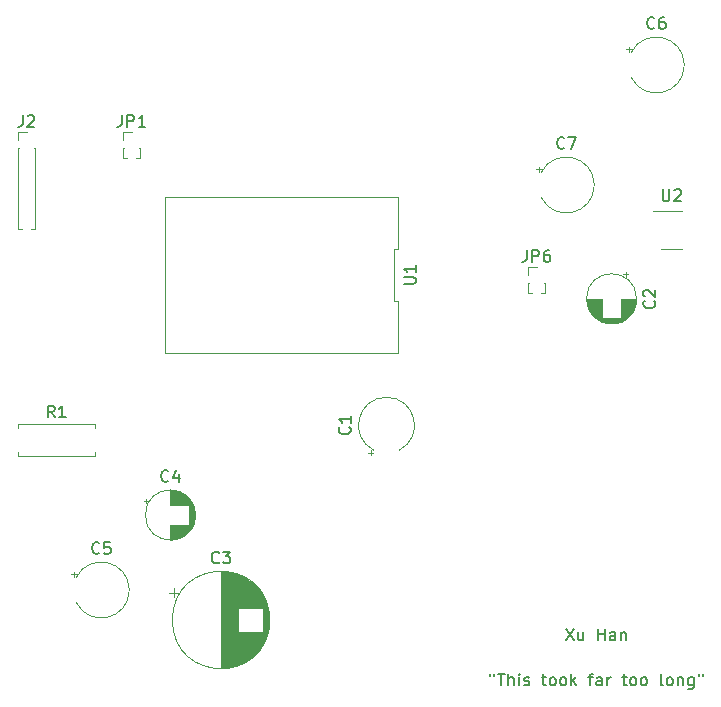
<source format=gbr>
G04 #@! TF.GenerationSoftware,KiCad,Pcbnew,(5.1.5)-3*
G04 #@! TF.CreationDate,2020-04-10T15:09:37-04:00*
G04 #@! TF.ProjectId,final_project,66696e61-6c5f-4707-926f-6a6563742e6b,rev?*
G04 #@! TF.SameCoordinates,Original*
G04 #@! TF.FileFunction,Legend,Top*
G04 #@! TF.FilePolarity,Positive*
%FSLAX46Y46*%
G04 Gerber Fmt 4.6, Leading zero omitted, Abs format (unit mm)*
G04 Created by KiCad (PCBNEW (5.1.5)-3) date 2020-04-10 15:09:37*
%MOMM*%
%LPD*%
G04 APERTURE LIST*
%ADD10C,0.150000*%
%ADD11C,0.120000*%
G04 APERTURE END LIST*
D10*
X150996190Y-112482380D02*
X150996190Y-112672857D01*
X151377142Y-112482380D02*
X151377142Y-112672857D01*
X151662857Y-112482380D02*
X152234285Y-112482380D01*
X151948571Y-113482380D02*
X151948571Y-112482380D01*
X152567619Y-113482380D02*
X152567619Y-112482380D01*
X152996190Y-113482380D02*
X152996190Y-112958571D01*
X152948571Y-112863333D01*
X152853333Y-112815714D01*
X152710476Y-112815714D01*
X152615238Y-112863333D01*
X152567619Y-112910952D01*
X153472380Y-113482380D02*
X153472380Y-112815714D01*
X153472380Y-112482380D02*
X153424761Y-112530000D01*
X153472380Y-112577619D01*
X153520000Y-112530000D01*
X153472380Y-112482380D01*
X153472380Y-112577619D01*
X153900952Y-113434761D02*
X153996190Y-113482380D01*
X154186666Y-113482380D01*
X154281904Y-113434761D01*
X154329523Y-113339523D01*
X154329523Y-113291904D01*
X154281904Y-113196666D01*
X154186666Y-113149047D01*
X154043809Y-113149047D01*
X153948571Y-113101428D01*
X153900952Y-113006190D01*
X153900952Y-112958571D01*
X153948571Y-112863333D01*
X154043809Y-112815714D01*
X154186666Y-112815714D01*
X154281904Y-112863333D01*
X155377142Y-112815714D02*
X155758095Y-112815714D01*
X155520000Y-112482380D02*
X155520000Y-113339523D01*
X155567619Y-113434761D01*
X155662857Y-113482380D01*
X155758095Y-113482380D01*
X156234285Y-113482380D02*
X156139047Y-113434761D01*
X156091428Y-113387142D01*
X156043809Y-113291904D01*
X156043809Y-113006190D01*
X156091428Y-112910952D01*
X156139047Y-112863333D01*
X156234285Y-112815714D01*
X156377142Y-112815714D01*
X156472380Y-112863333D01*
X156520000Y-112910952D01*
X156567619Y-113006190D01*
X156567619Y-113291904D01*
X156520000Y-113387142D01*
X156472380Y-113434761D01*
X156377142Y-113482380D01*
X156234285Y-113482380D01*
X157139047Y-113482380D02*
X157043809Y-113434761D01*
X156996190Y-113387142D01*
X156948571Y-113291904D01*
X156948571Y-113006190D01*
X156996190Y-112910952D01*
X157043809Y-112863333D01*
X157139047Y-112815714D01*
X157281904Y-112815714D01*
X157377142Y-112863333D01*
X157424761Y-112910952D01*
X157472380Y-113006190D01*
X157472380Y-113291904D01*
X157424761Y-113387142D01*
X157377142Y-113434761D01*
X157281904Y-113482380D01*
X157139047Y-113482380D01*
X157900952Y-113482380D02*
X157900952Y-112482380D01*
X157996190Y-113101428D02*
X158281904Y-113482380D01*
X158281904Y-112815714D02*
X157900952Y-113196666D01*
X159329523Y-112815714D02*
X159710476Y-112815714D01*
X159472380Y-113482380D02*
X159472380Y-112625238D01*
X159520000Y-112530000D01*
X159615238Y-112482380D01*
X159710476Y-112482380D01*
X160472380Y-113482380D02*
X160472380Y-112958571D01*
X160424761Y-112863333D01*
X160329523Y-112815714D01*
X160139047Y-112815714D01*
X160043809Y-112863333D01*
X160472380Y-113434761D02*
X160377142Y-113482380D01*
X160139047Y-113482380D01*
X160043809Y-113434761D01*
X159996190Y-113339523D01*
X159996190Y-113244285D01*
X160043809Y-113149047D01*
X160139047Y-113101428D01*
X160377142Y-113101428D01*
X160472380Y-113053809D01*
X160948571Y-113482380D02*
X160948571Y-112815714D01*
X160948571Y-113006190D02*
X160996190Y-112910952D01*
X161043809Y-112863333D01*
X161139047Y-112815714D01*
X161234285Y-112815714D01*
X162186666Y-112815714D02*
X162567619Y-112815714D01*
X162329523Y-112482380D02*
X162329523Y-113339523D01*
X162377142Y-113434761D01*
X162472380Y-113482380D01*
X162567619Y-113482380D01*
X163043809Y-113482380D02*
X162948571Y-113434761D01*
X162900952Y-113387142D01*
X162853333Y-113291904D01*
X162853333Y-113006190D01*
X162900952Y-112910952D01*
X162948571Y-112863333D01*
X163043809Y-112815714D01*
X163186666Y-112815714D01*
X163281904Y-112863333D01*
X163329523Y-112910952D01*
X163377142Y-113006190D01*
X163377142Y-113291904D01*
X163329523Y-113387142D01*
X163281904Y-113434761D01*
X163186666Y-113482380D01*
X163043809Y-113482380D01*
X163948571Y-113482380D02*
X163853333Y-113434761D01*
X163805714Y-113387142D01*
X163758095Y-113291904D01*
X163758095Y-113006190D01*
X163805714Y-112910952D01*
X163853333Y-112863333D01*
X163948571Y-112815714D01*
X164091428Y-112815714D01*
X164186666Y-112863333D01*
X164234285Y-112910952D01*
X164281904Y-113006190D01*
X164281904Y-113291904D01*
X164234285Y-113387142D01*
X164186666Y-113434761D01*
X164091428Y-113482380D01*
X163948571Y-113482380D01*
X165615238Y-113482380D02*
X165520000Y-113434761D01*
X165472380Y-113339523D01*
X165472380Y-112482380D01*
X166139047Y-113482380D02*
X166043809Y-113434761D01*
X165996190Y-113387142D01*
X165948571Y-113291904D01*
X165948571Y-113006190D01*
X165996190Y-112910952D01*
X166043809Y-112863333D01*
X166139047Y-112815714D01*
X166281904Y-112815714D01*
X166377142Y-112863333D01*
X166424761Y-112910952D01*
X166472380Y-113006190D01*
X166472380Y-113291904D01*
X166424761Y-113387142D01*
X166377142Y-113434761D01*
X166281904Y-113482380D01*
X166139047Y-113482380D01*
X166900952Y-112815714D02*
X166900952Y-113482380D01*
X166900952Y-112910952D02*
X166948571Y-112863333D01*
X167043809Y-112815714D01*
X167186666Y-112815714D01*
X167281904Y-112863333D01*
X167329523Y-112958571D01*
X167329523Y-113482380D01*
X168234285Y-112815714D02*
X168234285Y-113625238D01*
X168186666Y-113720476D01*
X168139047Y-113768095D01*
X168043809Y-113815714D01*
X167900952Y-113815714D01*
X167805714Y-113768095D01*
X168234285Y-113434761D02*
X168139047Y-113482380D01*
X167948571Y-113482380D01*
X167853333Y-113434761D01*
X167805714Y-113387142D01*
X167758095Y-113291904D01*
X167758095Y-113006190D01*
X167805714Y-112910952D01*
X167853333Y-112863333D01*
X167948571Y-112815714D01*
X168139047Y-112815714D01*
X168234285Y-112863333D01*
X168662857Y-112482380D02*
X168662857Y-112672857D01*
X169043809Y-112482380D02*
X169043809Y-112672857D01*
X157424761Y-108672380D02*
X158091428Y-109672380D01*
X158091428Y-108672380D02*
X157424761Y-109672380D01*
X158900952Y-109005714D02*
X158900952Y-109672380D01*
X158472380Y-109005714D02*
X158472380Y-109529523D01*
X158520000Y-109624761D01*
X158615238Y-109672380D01*
X158758095Y-109672380D01*
X158853333Y-109624761D01*
X158900952Y-109577142D01*
X160139047Y-109672380D02*
X160139047Y-108672380D01*
X160139047Y-109148571D02*
X160710476Y-109148571D01*
X160710476Y-109672380D02*
X160710476Y-108672380D01*
X161615238Y-109672380D02*
X161615238Y-109148571D01*
X161567619Y-109053333D01*
X161472380Y-109005714D01*
X161281904Y-109005714D01*
X161186666Y-109053333D01*
X161615238Y-109624761D02*
X161520000Y-109672380D01*
X161281904Y-109672380D01*
X161186666Y-109624761D01*
X161139047Y-109529523D01*
X161139047Y-109434285D01*
X161186666Y-109339047D01*
X161281904Y-109291428D01*
X161520000Y-109291428D01*
X161615238Y-109243809D01*
X162091428Y-109005714D02*
X162091428Y-109672380D01*
X162091428Y-109100952D02*
X162139047Y-109053333D01*
X162234285Y-109005714D01*
X162377142Y-109005714D01*
X162472380Y-109053333D01*
X162520000Y-109148571D01*
X162520000Y-109672380D01*
D11*
X143300000Y-93579740D02*
G75*
G03X141180000Y-93579741I-1060000J2119740D01*
G01*
X140905000Y-93997288D02*
X140905000Y-93547288D01*
X140680000Y-93772288D02*
X141130000Y-93772288D01*
X163410000Y-80760000D02*
G75*
G03X163410000Y-80760000I-2120000J0D01*
G01*
X160450000Y-80760000D02*
X159210000Y-80760000D01*
X163370000Y-80760000D02*
X162130000Y-80760000D01*
X160450000Y-80800000D02*
X159210000Y-80800000D01*
X163370000Y-80800000D02*
X162130000Y-80800000D01*
X160450000Y-80840000D02*
X159211000Y-80840000D01*
X163369000Y-80840000D02*
X162130000Y-80840000D01*
X163367000Y-80880000D02*
X162130000Y-80880000D01*
X160450000Y-80880000D02*
X159213000Y-80880000D01*
X163364000Y-80920000D02*
X162130000Y-80920000D01*
X160450000Y-80920000D02*
X159216000Y-80920000D01*
X163361000Y-80960000D02*
X162130000Y-80960000D01*
X160450000Y-80960000D02*
X159219000Y-80960000D01*
X163357000Y-81000000D02*
X162130000Y-81000000D01*
X160450000Y-81000000D02*
X159223000Y-81000000D01*
X163352000Y-81040000D02*
X162130000Y-81040000D01*
X160450000Y-81040000D02*
X159228000Y-81040000D01*
X163346000Y-81080000D02*
X162130000Y-81080000D01*
X160450000Y-81080000D02*
X159234000Y-81080000D01*
X163340000Y-81120000D02*
X162130000Y-81120000D01*
X160450000Y-81120000D02*
X159240000Y-81120000D01*
X163332000Y-81160000D02*
X162130000Y-81160000D01*
X160450000Y-81160000D02*
X159248000Y-81160000D01*
X163324000Y-81200000D02*
X162130000Y-81200000D01*
X160450000Y-81200000D02*
X159256000Y-81200000D01*
X163315000Y-81240000D02*
X162130000Y-81240000D01*
X160450000Y-81240000D02*
X159265000Y-81240000D01*
X163306000Y-81280000D02*
X162130000Y-81280000D01*
X160450000Y-81280000D02*
X159274000Y-81280000D01*
X163295000Y-81320000D02*
X162130000Y-81320000D01*
X160450000Y-81320000D02*
X159285000Y-81320000D01*
X163284000Y-81360000D02*
X162130000Y-81360000D01*
X160450000Y-81360000D02*
X159296000Y-81360000D01*
X163272000Y-81400000D02*
X162130000Y-81400000D01*
X160450000Y-81400000D02*
X159308000Y-81400000D01*
X163258000Y-81440000D02*
X162130000Y-81440000D01*
X160450000Y-81440000D02*
X159322000Y-81440000D01*
X163244000Y-81481000D02*
X162130000Y-81481000D01*
X160450000Y-81481000D02*
X159336000Y-81481000D01*
X163230000Y-81521000D02*
X162130000Y-81521000D01*
X160450000Y-81521000D02*
X159350000Y-81521000D01*
X163214000Y-81561000D02*
X162130000Y-81561000D01*
X160450000Y-81561000D02*
X159366000Y-81561000D01*
X163197000Y-81601000D02*
X162130000Y-81601000D01*
X160450000Y-81601000D02*
X159383000Y-81601000D01*
X163179000Y-81641000D02*
X162130000Y-81641000D01*
X160450000Y-81641000D02*
X159401000Y-81641000D01*
X163160000Y-81681000D02*
X162130000Y-81681000D01*
X160450000Y-81681000D02*
X159420000Y-81681000D01*
X163141000Y-81721000D02*
X162130000Y-81721000D01*
X160450000Y-81721000D02*
X159439000Y-81721000D01*
X163120000Y-81761000D02*
X162130000Y-81761000D01*
X160450000Y-81761000D02*
X159460000Y-81761000D01*
X163098000Y-81801000D02*
X162130000Y-81801000D01*
X160450000Y-81801000D02*
X159482000Y-81801000D01*
X163075000Y-81841000D02*
X162130000Y-81841000D01*
X160450000Y-81841000D02*
X159505000Y-81841000D01*
X163050000Y-81881000D02*
X162130000Y-81881000D01*
X160450000Y-81881000D02*
X159530000Y-81881000D01*
X163025000Y-81921000D02*
X162130000Y-81921000D01*
X160450000Y-81921000D02*
X159555000Y-81921000D01*
X162998000Y-81961000D02*
X162130000Y-81961000D01*
X160450000Y-81961000D02*
X159582000Y-81961000D01*
X162970000Y-82001000D02*
X162130000Y-82001000D01*
X160450000Y-82001000D02*
X159610000Y-82001000D01*
X162940000Y-82041000D02*
X162130000Y-82041000D01*
X160450000Y-82041000D02*
X159640000Y-82041000D01*
X162909000Y-82081000D02*
X162130000Y-82081000D01*
X160450000Y-82081000D02*
X159671000Y-82081000D01*
X162877000Y-82121000D02*
X162130000Y-82121000D01*
X160450000Y-82121000D02*
X159703000Y-82121000D01*
X162842000Y-82161000D02*
X162130000Y-82161000D01*
X160450000Y-82161000D02*
X159738000Y-82161000D01*
X162806000Y-82201000D02*
X162130000Y-82201000D01*
X160450000Y-82201000D02*
X159774000Y-82201000D01*
X162768000Y-82241000D02*
X162130000Y-82241000D01*
X160450000Y-82241000D02*
X159812000Y-82241000D01*
X162728000Y-82281000D02*
X162130000Y-82281000D01*
X160450000Y-82281000D02*
X159852000Y-82281000D01*
X162686000Y-82321000D02*
X162130000Y-82321000D01*
X160450000Y-82321000D02*
X159894000Y-82321000D01*
X162641000Y-82361000D02*
X159939000Y-82361000D01*
X162594000Y-82401000D02*
X159986000Y-82401000D01*
X162544000Y-82441000D02*
X160036000Y-82441000D01*
X162490000Y-82481000D02*
X160090000Y-82481000D01*
X162432000Y-82521000D02*
X160148000Y-82521000D01*
X162370000Y-82561000D02*
X160210000Y-82561000D01*
X162303000Y-82601000D02*
X160277000Y-82601000D01*
X162230000Y-82641000D02*
X160350000Y-82641000D01*
X162149000Y-82681000D02*
X160431000Y-82681000D01*
X162058000Y-82721000D02*
X160522000Y-82721000D01*
X161954000Y-82761000D02*
X160626000Y-82761000D01*
X161827000Y-82801000D02*
X160753000Y-82801000D01*
X161660000Y-82841000D02*
X160920000Y-82841000D01*
X162485000Y-78490199D02*
X162485000Y-78890199D01*
X162685000Y-78690199D02*
X162285000Y-78690199D01*
X132350000Y-107950000D02*
G75*
G03X132350000Y-107950000I-4120000J0D01*
G01*
X128230000Y-103870000D02*
X128230000Y-112030000D01*
X128270000Y-103870000D02*
X128270000Y-112030000D01*
X128310000Y-103870000D02*
X128310000Y-112030000D01*
X128350000Y-103871000D02*
X128350000Y-112029000D01*
X128390000Y-103873000D02*
X128390000Y-112027000D01*
X128430000Y-103874000D02*
X128430000Y-112026000D01*
X128470000Y-103876000D02*
X128470000Y-112024000D01*
X128510000Y-103879000D02*
X128510000Y-112021000D01*
X128550000Y-103882000D02*
X128550000Y-112018000D01*
X128590000Y-103885000D02*
X128590000Y-112015000D01*
X128630000Y-103889000D02*
X128630000Y-112011000D01*
X128670000Y-103893000D02*
X128670000Y-112007000D01*
X128710000Y-103898000D02*
X128710000Y-112002000D01*
X128750000Y-103902000D02*
X128750000Y-111998000D01*
X128790000Y-103908000D02*
X128790000Y-111992000D01*
X128830000Y-103913000D02*
X128830000Y-111987000D01*
X128870000Y-103920000D02*
X128870000Y-111980000D01*
X128910000Y-103926000D02*
X128910000Y-111974000D01*
X128951000Y-103933000D02*
X128951000Y-111967000D01*
X128991000Y-103940000D02*
X128991000Y-111960000D01*
X129031000Y-103948000D02*
X129031000Y-111952000D01*
X129071000Y-103956000D02*
X129071000Y-111944000D01*
X129111000Y-103965000D02*
X129111000Y-111935000D01*
X129151000Y-103974000D02*
X129151000Y-111926000D01*
X129191000Y-103983000D02*
X129191000Y-111917000D01*
X129231000Y-103993000D02*
X129231000Y-111907000D01*
X129271000Y-104003000D02*
X129271000Y-111897000D01*
X129311000Y-104014000D02*
X129311000Y-111886000D01*
X129351000Y-104025000D02*
X129351000Y-111875000D01*
X129391000Y-104036000D02*
X129391000Y-111864000D01*
X129431000Y-104048000D02*
X129431000Y-111852000D01*
X129471000Y-104061000D02*
X129471000Y-111839000D01*
X129511000Y-104073000D02*
X129511000Y-111827000D01*
X129551000Y-104087000D02*
X129551000Y-111813000D01*
X129591000Y-104100000D02*
X129591000Y-111800000D01*
X129631000Y-104115000D02*
X129631000Y-111785000D01*
X129671000Y-104129000D02*
X129671000Y-111771000D01*
X129711000Y-104145000D02*
X129711000Y-106910000D01*
X129711000Y-108990000D02*
X129711000Y-111755000D01*
X129751000Y-104160000D02*
X129751000Y-106910000D01*
X129751000Y-108990000D02*
X129751000Y-111740000D01*
X129791000Y-104176000D02*
X129791000Y-106910000D01*
X129791000Y-108990000D02*
X129791000Y-111724000D01*
X129831000Y-104193000D02*
X129831000Y-106910000D01*
X129831000Y-108990000D02*
X129831000Y-111707000D01*
X129871000Y-104210000D02*
X129871000Y-106910000D01*
X129871000Y-108990000D02*
X129871000Y-111690000D01*
X129911000Y-104228000D02*
X129911000Y-106910000D01*
X129911000Y-108990000D02*
X129911000Y-111672000D01*
X129951000Y-104246000D02*
X129951000Y-106910000D01*
X129951000Y-108990000D02*
X129951000Y-111654000D01*
X129991000Y-104264000D02*
X129991000Y-106910000D01*
X129991000Y-108990000D02*
X129991000Y-111636000D01*
X130031000Y-104284000D02*
X130031000Y-106910000D01*
X130031000Y-108990000D02*
X130031000Y-111616000D01*
X130071000Y-104303000D02*
X130071000Y-106910000D01*
X130071000Y-108990000D02*
X130071000Y-111597000D01*
X130111000Y-104323000D02*
X130111000Y-106910000D01*
X130111000Y-108990000D02*
X130111000Y-111577000D01*
X130151000Y-104344000D02*
X130151000Y-106910000D01*
X130151000Y-108990000D02*
X130151000Y-111556000D01*
X130191000Y-104366000D02*
X130191000Y-106910000D01*
X130191000Y-108990000D02*
X130191000Y-111534000D01*
X130231000Y-104388000D02*
X130231000Y-106910000D01*
X130231000Y-108990000D02*
X130231000Y-111512000D01*
X130271000Y-104410000D02*
X130271000Y-106910000D01*
X130271000Y-108990000D02*
X130271000Y-111490000D01*
X130311000Y-104433000D02*
X130311000Y-106910000D01*
X130311000Y-108990000D02*
X130311000Y-111467000D01*
X130351000Y-104457000D02*
X130351000Y-106910000D01*
X130351000Y-108990000D02*
X130351000Y-111443000D01*
X130391000Y-104481000D02*
X130391000Y-106910000D01*
X130391000Y-108990000D02*
X130391000Y-111419000D01*
X130431000Y-104506000D02*
X130431000Y-106910000D01*
X130431000Y-108990000D02*
X130431000Y-111394000D01*
X130471000Y-104532000D02*
X130471000Y-106910000D01*
X130471000Y-108990000D02*
X130471000Y-111368000D01*
X130511000Y-104558000D02*
X130511000Y-106910000D01*
X130511000Y-108990000D02*
X130511000Y-111342000D01*
X130551000Y-104585000D02*
X130551000Y-106910000D01*
X130551000Y-108990000D02*
X130551000Y-111315000D01*
X130591000Y-104612000D02*
X130591000Y-106910000D01*
X130591000Y-108990000D02*
X130591000Y-111288000D01*
X130631000Y-104641000D02*
X130631000Y-106910000D01*
X130631000Y-108990000D02*
X130631000Y-111259000D01*
X130671000Y-104670000D02*
X130671000Y-106910000D01*
X130671000Y-108990000D02*
X130671000Y-111230000D01*
X130711000Y-104700000D02*
X130711000Y-106910000D01*
X130711000Y-108990000D02*
X130711000Y-111200000D01*
X130751000Y-104730000D02*
X130751000Y-106910000D01*
X130751000Y-108990000D02*
X130751000Y-111170000D01*
X130791000Y-104761000D02*
X130791000Y-106910000D01*
X130791000Y-108990000D02*
X130791000Y-111139000D01*
X130831000Y-104794000D02*
X130831000Y-106910000D01*
X130831000Y-108990000D02*
X130831000Y-111106000D01*
X130871000Y-104826000D02*
X130871000Y-106910000D01*
X130871000Y-108990000D02*
X130871000Y-111074000D01*
X130911000Y-104860000D02*
X130911000Y-106910000D01*
X130911000Y-108990000D02*
X130911000Y-111040000D01*
X130951000Y-104895000D02*
X130951000Y-106910000D01*
X130951000Y-108990000D02*
X130951000Y-111005000D01*
X130991000Y-104931000D02*
X130991000Y-106910000D01*
X130991000Y-108990000D02*
X130991000Y-110969000D01*
X131031000Y-104967000D02*
X131031000Y-106910000D01*
X131031000Y-108990000D02*
X131031000Y-110933000D01*
X131071000Y-105005000D02*
X131071000Y-106910000D01*
X131071000Y-108990000D02*
X131071000Y-110895000D01*
X131111000Y-105043000D02*
X131111000Y-106910000D01*
X131111000Y-108990000D02*
X131111000Y-110857000D01*
X131151000Y-105083000D02*
X131151000Y-106910000D01*
X131151000Y-108990000D02*
X131151000Y-110817000D01*
X131191000Y-105124000D02*
X131191000Y-106910000D01*
X131191000Y-108990000D02*
X131191000Y-110776000D01*
X131231000Y-105166000D02*
X131231000Y-106910000D01*
X131231000Y-108990000D02*
X131231000Y-110734000D01*
X131271000Y-105209000D02*
X131271000Y-106910000D01*
X131271000Y-108990000D02*
X131271000Y-110691000D01*
X131311000Y-105253000D02*
X131311000Y-106910000D01*
X131311000Y-108990000D02*
X131311000Y-110647000D01*
X131351000Y-105299000D02*
X131351000Y-106910000D01*
X131351000Y-108990000D02*
X131351000Y-110601000D01*
X131391000Y-105346000D02*
X131391000Y-106910000D01*
X131391000Y-108990000D02*
X131391000Y-110554000D01*
X131431000Y-105394000D02*
X131431000Y-106910000D01*
X131431000Y-108990000D02*
X131431000Y-110506000D01*
X131471000Y-105445000D02*
X131471000Y-106910000D01*
X131471000Y-108990000D02*
X131471000Y-110455000D01*
X131511000Y-105496000D02*
X131511000Y-106910000D01*
X131511000Y-108990000D02*
X131511000Y-110404000D01*
X131551000Y-105550000D02*
X131551000Y-106910000D01*
X131551000Y-108990000D02*
X131551000Y-110350000D01*
X131591000Y-105605000D02*
X131591000Y-106910000D01*
X131591000Y-108990000D02*
X131591000Y-110295000D01*
X131631000Y-105663000D02*
X131631000Y-106910000D01*
X131631000Y-108990000D02*
X131631000Y-110237000D01*
X131671000Y-105722000D02*
X131671000Y-106910000D01*
X131671000Y-108990000D02*
X131671000Y-110178000D01*
X131711000Y-105784000D02*
X131711000Y-106910000D01*
X131711000Y-108990000D02*
X131711000Y-110116000D01*
X131751000Y-105848000D02*
X131751000Y-106910000D01*
X131751000Y-108990000D02*
X131751000Y-110052000D01*
X131791000Y-105916000D02*
X131791000Y-109984000D01*
X131831000Y-105986000D02*
X131831000Y-109914000D01*
X131871000Y-106060000D02*
X131871000Y-109840000D01*
X131911000Y-106137000D02*
X131911000Y-109763000D01*
X131951000Y-106219000D02*
X131951000Y-109681000D01*
X131991000Y-106305000D02*
X131991000Y-109595000D01*
X132031000Y-106398000D02*
X132031000Y-109502000D01*
X132071000Y-106497000D02*
X132071000Y-109403000D01*
X132111000Y-106604000D02*
X132111000Y-109296000D01*
X132151000Y-106721000D02*
X132151000Y-109179000D01*
X132191000Y-106852000D02*
X132191000Y-109048000D01*
X132231000Y-107002000D02*
X132231000Y-108898000D01*
X132271000Y-107182000D02*
X132271000Y-108718000D01*
X132311000Y-107417000D02*
X132311000Y-108483000D01*
X123820302Y-105635000D02*
X124620302Y-105635000D01*
X124220302Y-105235000D02*
X124220302Y-106035000D01*
X121870199Y-97665000D02*
X121870199Y-98065000D01*
X121670199Y-97865000D02*
X122070199Y-97865000D01*
X126021000Y-98690000D02*
X126021000Y-99430000D01*
X125981000Y-98523000D02*
X125981000Y-99597000D01*
X125941000Y-98396000D02*
X125941000Y-99724000D01*
X125901000Y-98292000D02*
X125901000Y-99828000D01*
X125861000Y-98201000D02*
X125861000Y-99919000D01*
X125821000Y-98120000D02*
X125821000Y-100000000D01*
X125781000Y-98047000D02*
X125781000Y-100073000D01*
X125741000Y-97980000D02*
X125741000Y-100140000D01*
X125701000Y-97918000D02*
X125701000Y-100202000D01*
X125661000Y-97860000D02*
X125661000Y-100260000D01*
X125621000Y-97806000D02*
X125621000Y-100314000D01*
X125581000Y-97756000D02*
X125581000Y-100364000D01*
X125541000Y-97709000D02*
X125541000Y-100411000D01*
X125501000Y-99900000D02*
X125501000Y-100456000D01*
X125501000Y-97664000D02*
X125501000Y-98220000D01*
X125461000Y-99900000D02*
X125461000Y-100498000D01*
X125461000Y-97622000D02*
X125461000Y-98220000D01*
X125421000Y-99900000D02*
X125421000Y-100538000D01*
X125421000Y-97582000D02*
X125421000Y-98220000D01*
X125381000Y-99900000D02*
X125381000Y-100576000D01*
X125381000Y-97544000D02*
X125381000Y-98220000D01*
X125341000Y-99900000D02*
X125341000Y-100612000D01*
X125341000Y-97508000D02*
X125341000Y-98220000D01*
X125301000Y-99900000D02*
X125301000Y-100647000D01*
X125301000Y-97473000D02*
X125301000Y-98220000D01*
X125261000Y-99900000D02*
X125261000Y-100679000D01*
X125261000Y-97441000D02*
X125261000Y-98220000D01*
X125221000Y-99900000D02*
X125221000Y-100710000D01*
X125221000Y-97410000D02*
X125221000Y-98220000D01*
X125181000Y-99900000D02*
X125181000Y-100740000D01*
X125181000Y-97380000D02*
X125181000Y-98220000D01*
X125141000Y-99900000D02*
X125141000Y-100768000D01*
X125141000Y-97352000D02*
X125141000Y-98220000D01*
X125101000Y-99900000D02*
X125101000Y-100795000D01*
X125101000Y-97325000D02*
X125101000Y-98220000D01*
X125061000Y-99900000D02*
X125061000Y-100820000D01*
X125061000Y-97300000D02*
X125061000Y-98220000D01*
X125021000Y-99900000D02*
X125021000Y-100845000D01*
X125021000Y-97275000D02*
X125021000Y-98220000D01*
X124981000Y-99900000D02*
X124981000Y-100868000D01*
X124981000Y-97252000D02*
X124981000Y-98220000D01*
X124941000Y-99900000D02*
X124941000Y-100890000D01*
X124941000Y-97230000D02*
X124941000Y-98220000D01*
X124901000Y-99900000D02*
X124901000Y-100911000D01*
X124901000Y-97209000D02*
X124901000Y-98220000D01*
X124861000Y-99900000D02*
X124861000Y-100930000D01*
X124861000Y-97190000D02*
X124861000Y-98220000D01*
X124821000Y-99900000D02*
X124821000Y-100949000D01*
X124821000Y-97171000D02*
X124821000Y-98220000D01*
X124781000Y-99900000D02*
X124781000Y-100967000D01*
X124781000Y-97153000D02*
X124781000Y-98220000D01*
X124741000Y-99900000D02*
X124741000Y-100984000D01*
X124741000Y-97136000D02*
X124741000Y-98220000D01*
X124701000Y-99900000D02*
X124701000Y-101000000D01*
X124701000Y-97120000D02*
X124701000Y-98220000D01*
X124661000Y-99900000D02*
X124661000Y-101014000D01*
X124661000Y-97106000D02*
X124661000Y-98220000D01*
X124620000Y-99900000D02*
X124620000Y-101028000D01*
X124620000Y-97092000D02*
X124620000Y-98220000D01*
X124580000Y-99900000D02*
X124580000Y-101042000D01*
X124580000Y-97078000D02*
X124580000Y-98220000D01*
X124540000Y-99900000D02*
X124540000Y-101054000D01*
X124540000Y-97066000D02*
X124540000Y-98220000D01*
X124500000Y-99900000D02*
X124500000Y-101065000D01*
X124500000Y-97055000D02*
X124500000Y-98220000D01*
X124460000Y-99900000D02*
X124460000Y-101076000D01*
X124460000Y-97044000D02*
X124460000Y-98220000D01*
X124420000Y-99900000D02*
X124420000Y-101085000D01*
X124420000Y-97035000D02*
X124420000Y-98220000D01*
X124380000Y-99900000D02*
X124380000Y-101094000D01*
X124380000Y-97026000D02*
X124380000Y-98220000D01*
X124340000Y-99900000D02*
X124340000Y-101102000D01*
X124340000Y-97018000D02*
X124340000Y-98220000D01*
X124300000Y-99900000D02*
X124300000Y-101110000D01*
X124300000Y-97010000D02*
X124300000Y-98220000D01*
X124260000Y-99900000D02*
X124260000Y-101116000D01*
X124260000Y-97004000D02*
X124260000Y-98220000D01*
X124220000Y-99900000D02*
X124220000Y-101122000D01*
X124220000Y-96998000D02*
X124220000Y-98220000D01*
X124180000Y-99900000D02*
X124180000Y-101127000D01*
X124180000Y-96993000D02*
X124180000Y-98220000D01*
X124140000Y-99900000D02*
X124140000Y-101131000D01*
X124140000Y-96989000D02*
X124140000Y-98220000D01*
X124100000Y-99900000D02*
X124100000Y-101134000D01*
X124100000Y-96986000D02*
X124100000Y-98220000D01*
X124060000Y-99900000D02*
X124060000Y-101137000D01*
X124060000Y-96983000D02*
X124060000Y-98220000D01*
X124020000Y-96981000D02*
X124020000Y-98220000D01*
X124020000Y-99900000D02*
X124020000Y-101139000D01*
X123980000Y-96980000D02*
X123980000Y-98220000D01*
X123980000Y-99900000D02*
X123980000Y-101140000D01*
X123940000Y-96980000D02*
X123940000Y-98220000D01*
X123940000Y-99900000D02*
X123940000Y-101140000D01*
X126060000Y-99060000D02*
G75*
G03X126060000Y-99060000I-2120000J0D01*
G01*
X115777712Y-103850000D02*
X115777712Y-104300000D01*
X115552712Y-104075000D02*
X116002712Y-104075000D01*
X115970260Y-106470000D02*
G75*
G03X115970259Y-104350000I2119740J1060000D01*
G01*
X162960260Y-62020000D02*
G75*
G03X162960259Y-59900000I2119740J1060000D01*
G01*
X162542712Y-59625000D02*
X162992712Y-59625000D01*
X162767712Y-59400000D02*
X162767712Y-59850000D01*
X155147712Y-69560000D02*
X155147712Y-70010000D01*
X154922712Y-69785000D02*
X155372712Y-69785000D01*
X155340260Y-72180000D02*
G75*
G03X155340259Y-70060000I2119740J1060000D01*
G01*
X111065000Y-74870000D02*
X111365507Y-74870000D01*
X112154493Y-74870000D02*
X112455000Y-74870000D01*
X111065000Y-67995000D02*
X111065000Y-74870000D01*
X112455000Y-67995000D02*
X112455000Y-74870000D01*
X111065000Y-67995000D02*
X111151724Y-67995000D01*
X112368276Y-67995000D02*
X112455000Y-67995000D01*
X111065000Y-67310000D02*
X111065000Y-66625000D01*
X111065000Y-66625000D02*
X111760000Y-66625000D01*
X119955000Y-68870000D02*
X120255507Y-68870000D01*
X121044493Y-68870000D02*
X121345000Y-68870000D01*
X119955000Y-67995000D02*
X119955000Y-68870000D01*
X121345000Y-67995000D02*
X121345000Y-68870000D01*
X119955000Y-67995000D02*
X120041724Y-67995000D01*
X121258276Y-67995000D02*
X121345000Y-67995000D01*
X119955000Y-67310000D02*
X119955000Y-66625000D01*
X119955000Y-66625000D02*
X120650000Y-66625000D01*
X154245000Y-78055000D02*
X154940000Y-78055000D01*
X154245000Y-78740000D02*
X154245000Y-78055000D01*
X155548276Y-79425000D02*
X155635000Y-79425000D01*
X154245000Y-79425000D02*
X154331724Y-79425000D01*
X155635000Y-79425000D02*
X155635000Y-80300000D01*
X154245000Y-79425000D02*
X154245000Y-80300000D01*
X155334493Y-80300000D02*
X155635000Y-80300000D01*
X154245000Y-80300000D02*
X154545507Y-80300000D01*
X111030000Y-91670000D02*
X111030000Y-91340000D01*
X111030000Y-91340000D02*
X117570000Y-91340000D01*
X117570000Y-91340000D02*
X117570000Y-91670000D01*
X111030000Y-93750000D02*
X111030000Y-94080000D01*
X111030000Y-94080000D02*
X117570000Y-94080000D01*
X117570000Y-94080000D02*
X117570000Y-93750000D01*
X143250000Y-72160001D02*
X123450000Y-72160000D01*
X123450000Y-72160000D02*
X123450000Y-85319999D01*
X123450000Y-85319999D02*
X143250000Y-85320000D01*
X143250000Y-85320000D02*
X143250000Y-80933333D01*
X143250000Y-80933333D02*
X142890000Y-80933333D01*
X142890000Y-80933333D02*
X142890000Y-76546667D01*
X142890000Y-76546667D02*
X143250000Y-76546667D01*
X143250000Y-76546667D02*
X143250000Y-72160001D01*
X165470000Y-76540000D02*
X167270000Y-76540000D01*
X167270000Y-73320000D02*
X164820000Y-73320000D01*
D10*
X139097142Y-91626666D02*
X139144761Y-91674285D01*
X139192380Y-91817142D01*
X139192380Y-91912380D01*
X139144761Y-92055238D01*
X139049523Y-92150476D01*
X138954285Y-92198095D01*
X138763809Y-92245714D01*
X138620952Y-92245714D01*
X138430476Y-92198095D01*
X138335238Y-92150476D01*
X138240000Y-92055238D01*
X138192380Y-91912380D01*
X138192380Y-91817142D01*
X138240000Y-91674285D01*
X138287619Y-91626666D01*
X139192380Y-90674285D02*
X139192380Y-91245714D01*
X139192380Y-90960000D02*
X138192380Y-90960000D01*
X138335238Y-91055238D01*
X138430476Y-91150476D01*
X138478095Y-91245714D01*
X164897142Y-80926666D02*
X164944761Y-80974285D01*
X164992380Y-81117142D01*
X164992380Y-81212380D01*
X164944761Y-81355238D01*
X164849523Y-81450476D01*
X164754285Y-81498095D01*
X164563809Y-81545714D01*
X164420952Y-81545714D01*
X164230476Y-81498095D01*
X164135238Y-81450476D01*
X164040000Y-81355238D01*
X163992380Y-81212380D01*
X163992380Y-81117142D01*
X164040000Y-80974285D01*
X164087619Y-80926666D01*
X164087619Y-80545714D02*
X164040000Y-80498095D01*
X163992380Y-80402857D01*
X163992380Y-80164761D01*
X164040000Y-80069523D01*
X164087619Y-80021904D01*
X164182857Y-79974285D01*
X164278095Y-79974285D01*
X164420952Y-80021904D01*
X164992380Y-80593333D01*
X164992380Y-79974285D01*
X128063333Y-103057142D02*
X128015714Y-103104761D01*
X127872857Y-103152380D01*
X127777619Y-103152380D01*
X127634761Y-103104761D01*
X127539523Y-103009523D01*
X127491904Y-102914285D01*
X127444285Y-102723809D01*
X127444285Y-102580952D01*
X127491904Y-102390476D01*
X127539523Y-102295238D01*
X127634761Y-102200000D01*
X127777619Y-102152380D01*
X127872857Y-102152380D01*
X128015714Y-102200000D01*
X128063333Y-102247619D01*
X128396666Y-102152380D02*
X129015714Y-102152380D01*
X128682380Y-102533333D01*
X128825238Y-102533333D01*
X128920476Y-102580952D01*
X128968095Y-102628571D01*
X129015714Y-102723809D01*
X129015714Y-102961904D01*
X128968095Y-103057142D01*
X128920476Y-103104761D01*
X128825238Y-103152380D01*
X128539523Y-103152380D01*
X128444285Y-103104761D01*
X128396666Y-103057142D01*
X123773333Y-96167142D02*
X123725714Y-96214761D01*
X123582857Y-96262380D01*
X123487619Y-96262380D01*
X123344761Y-96214761D01*
X123249523Y-96119523D01*
X123201904Y-96024285D01*
X123154285Y-95833809D01*
X123154285Y-95690952D01*
X123201904Y-95500476D01*
X123249523Y-95405238D01*
X123344761Y-95310000D01*
X123487619Y-95262380D01*
X123582857Y-95262380D01*
X123725714Y-95310000D01*
X123773333Y-95357619D01*
X124630476Y-95595714D02*
X124630476Y-96262380D01*
X124392380Y-95214761D02*
X124154285Y-95929047D01*
X124773333Y-95929047D01*
X117923333Y-102267142D02*
X117875714Y-102314761D01*
X117732857Y-102362380D01*
X117637619Y-102362380D01*
X117494761Y-102314761D01*
X117399523Y-102219523D01*
X117351904Y-102124285D01*
X117304285Y-101933809D01*
X117304285Y-101790952D01*
X117351904Y-101600476D01*
X117399523Y-101505238D01*
X117494761Y-101410000D01*
X117637619Y-101362380D01*
X117732857Y-101362380D01*
X117875714Y-101410000D01*
X117923333Y-101457619D01*
X118828095Y-101362380D02*
X118351904Y-101362380D01*
X118304285Y-101838571D01*
X118351904Y-101790952D01*
X118447142Y-101743333D01*
X118685238Y-101743333D01*
X118780476Y-101790952D01*
X118828095Y-101838571D01*
X118875714Y-101933809D01*
X118875714Y-102171904D01*
X118828095Y-102267142D01*
X118780476Y-102314761D01*
X118685238Y-102362380D01*
X118447142Y-102362380D01*
X118351904Y-102314761D01*
X118304285Y-102267142D01*
X164913333Y-57817142D02*
X164865714Y-57864761D01*
X164722857Y-57912380D01*
X164627619Y-57912380D01*
X164484761Y-57864761D01*
X164389523Y-57769523D01*
X164341904Y-57674285D01*
X164294285Y-57483809D01*
X164294285Y-57340952D01*
X164341904Y-57150476D01*
X164389523Y-57055238D01*
X164484761Y-56960000D01*
X164627619Y-56912380D01*
X164722857Y-56912380D01*
X164865714Y-56960000D01*
X164913333Y-57007619D01*
X165770476Y-56912380D02*
X165580000Y-56912380D01*
X165484761Y-56960000D01*
X165437142Y-57007619D01*
X165341904Y-57150476D01*
X165294285Y-57340952D01*
X165294285Y-57721904D01*
X165341904Y-57817142D01*
X165389523Y-57864761D01*
X165484761Y-57912380D01*
X165675238Y-57912380D01*
X165770476Y-57864761D01*
X165818095Y-57817142D01*
X165865714Y-57721904D01*
X165865714Y-57483809D01*
X165818095Y-57388571D01*
X165770476Y-57340952D01*
X165675238Y-57293333D01*
X165484761Y-57293333D01*
X165389523Y-57340952D01*
X165341904Y-57388571D01*
X165294285Y-57483809D01*
X157293333Y-67977142D02*
X157245714Y-68024761D01*
X157102857Y-68072380D01*
X157007619Y-68072380D01*
X156864761Y-68024761D01*
X156769523Y-67929523D01*
X156721904Y-67834285D01*
X156674285Y-67643809D01*
X156674285Y-67500952D01*
X156721904Y-67310476D01*
X156769523Y-67215238D01*
X156864761Y-67120000D01*
X157007619Y-67072380D01*
X157102857Y-67072380D01*
X157245714Y-67120000D01*
X157293333Y-67167619D01*
X157626666Y-67072380D02*
X158293333Y-67072380D01*
X157864761Y-68072380D01*
X111426666Y-65202380D02*
X111426666Y-65916666D01*
X111379047Y-66059523D01*
X111283809Y-66154761D01*
X111140952Y-66202380D01*
X111045714Y-66202380D01*
X111855238Y-65297619D02*
X111902857Y-65250000D01*
X111998095Y-65202380D01*
X112236190Y-65202380D01*
X112331428Y-65250000D01*
X112379047Y-65297619D01*
X112426666Y-65392857D01*
X112426666Y-65488095D01*
X112379047Y-65630952D01*
X111807619Y-66202380D01*
X112426666Y-66202380D01*
X119816666Y-65202380D02*
X119816666Y-65916666D01*
X119769047Y-66059523D01*
X119673809Y-66154761D01*
X119530952Y-66202380D01*
X119435714Y-66202380D01*
X120292857Y-66202380D02*
X120292857Y-65202380D01*
X120673809Y-65202380D01*
X120769047Y-65250000D01*
X120816666Y-65297619D01*
X120864285Y-65392857D01*
X120864285Y-65535714D01*
X120816666Y-65630952D01*
X120769047Y-65678571D01*
X120673809Y-65726190D01*
X120292857Y-65726190D01*
X121816666Y-66202380D02*
X121245238Y-66202380D01*
X121530952Y-66202380D02*
X121530952Y-65202380D01*
X121435714Y-65345238D01*
X121340476Y-65440476D01*
X121245238Y-65488095D01*
X154106666Y-76632380D02*
X154106666Y-77346666D01*
X154059047Y-77489523D01*
X153963809Y-77584761D01*
X153820952Y-77632380D01*
X153725714Y-77632380D01*
X154582857Y-77632380D02*
X154582857Y-76632380D01*
X154963809Y-76632380D01*
X155059047Y-76680000D01*
X155106666Y-76727619D01*
X155154285Y-76822857D01*
X155154285Y-76965714D01*
X155106666Y-77060952D01*
X155059047Y-77108571D01*
X154963809Y-77156190D01*
X154582857Y-77156190D01*
X156011428Y-76632380D02*
X155820952Y-76632380D01*
X155725714Y-76680000D01*
X155678095Y-76727619D01*
X155582857Y-76870476D01*
X155535238Y-77060952D01*
X155535238Y-77441904D01*
X155582857Y-77537142D01*
X155630476Y-77584761D01*
X155725714Y-77632380D01*
X155916190Y-77632380D01*
X156011428Y-77584761D01*
X156059047Y-77537142D01*
X156106666Y-77441904D01*
X156106666Y-77203809D01*
X156059047Y-77108571D01*
X156011428Y-77060952D01*
X155916190Y-77013333D01*
X155725714Y-77013333D01*
X155630476Y-77060952D01*
X155582857Y-77108571D01*
X155535238Y-77203809D01*
X114133333Y-90792380D02*
X113800000Y-90316190D01*
X113561904Y-90792380D02*
X113561904Y-89792380D01*
X113942857Y-89792380D01*
X114038095Y-89840000D01*
X114085714Y-89887619D01*
X114133333Y-89982857D01*
X114133333Y-90125714D01*
X114085714Y-90220952D01*
X114038095Y-90268571D01*
X113942857Y-90316190D01*
X113561904Y-90316190D01*
X115085714Y-90792380D02*
X114514285Y-90792380D01*
X114800000Y-90792380D02*
X114800000Y-89792380D01*
X114704761Y-89935238D01*
X114609523Y-90030476D01*
X114514285Y-90078095D01*
X143702380Y-79501904D02*
X144511904Y-79501904D01*
X144607142Y-79454285D01*
X144654761Y-79406666D01*
X144702380Y-79311428D01*
X144702380Y-79120952D01*
X144654761Y-79025714D01*
X144607142Y-78978095D01*
X144511904Y-78930476D01*
X143702380Y-78930476D01*
X144702380Y-77930476D02*
X144702380Y-78501904D01*
X144702380Y-78216190D02*
X143702380Y-78216190D01*
X143845238Y-78311428D01*
X143940476Y-78406666D01*
X143988095Y-78501904D01*
X165608095Y-71482380D02*
X165608095Y-72291904D01*
X165655714Y-72387142D01*
X165703333Y-72434761D01*
X165798571Y-72482380D01*
X165989047Y-72482380D01*
X166084285Y-72434761D01*
X166131904Y-72387142D01*
X166179523Y-72291904D01*
X166179523Y-71482380D01*
X166608095Y-71577619D02*
X166655714Y-71530000D01*
X166750952Y-71482380D01*
X166989047Y-71482380D01*
X167084285Y-71530000D01*
X167131904Y-71577619D01*
X167179523Y-71672857D01*
X167179523Y-71768095D01*
X167131904Y-71910952D01*
X166560476Y-72482380D01*
X167179523Y-72482380D01*
M02*

</source>
